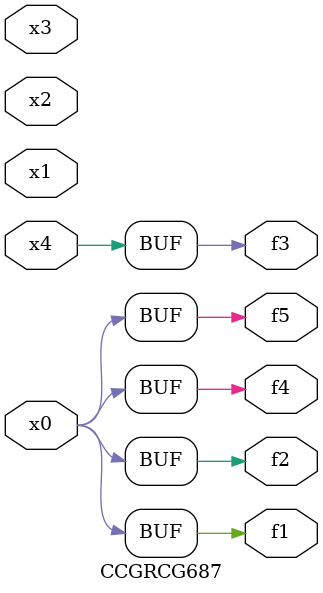
<source format=v>
module CCGRCG687(
	input x0, x1, x2, x3, x4,
	output f1, f2, f3, f4, f5
);
	assign f1 = x0;
	assign f2 = x0;
	assign f3 = x4;
	assign f4 = x0;
	assign f5 = x0;
endmodule

</source>
